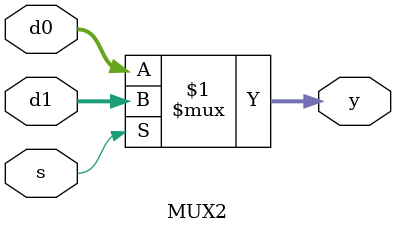
<source format=sv>
`timescale 1ns / 1ps

module MUX2(input logic [31:0] d0, d1,
input logic s,
output logic [31:0] y);
assign y = s ? d1 : d0;
endmodule

</source>
